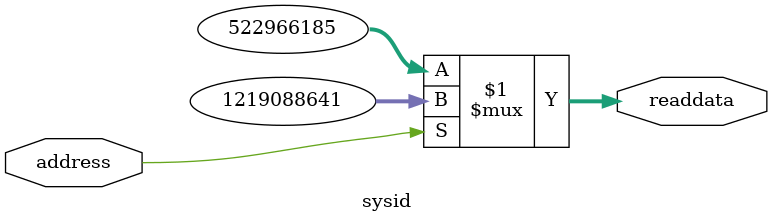
<source format=v>

`timescale 1ns / 1ps
// synthesis translate_on

// turn off superfluous verilog processor warnings 
// altera message_level Level1 
// altera message_off 10034 10035 10036 10037 10230 10240 10030 

module sysid (
               // inputs:
                address,

               // outputs:
                readdata
             )
;

  output  [ 31: 0] readdata;
  input            address;

  wire    [ 31: 0] readdata;
  //control_slave, which is an e_avalon_slave
  assign readdata = address ? 1219088641 : 522966185;

endmodule


</source>
